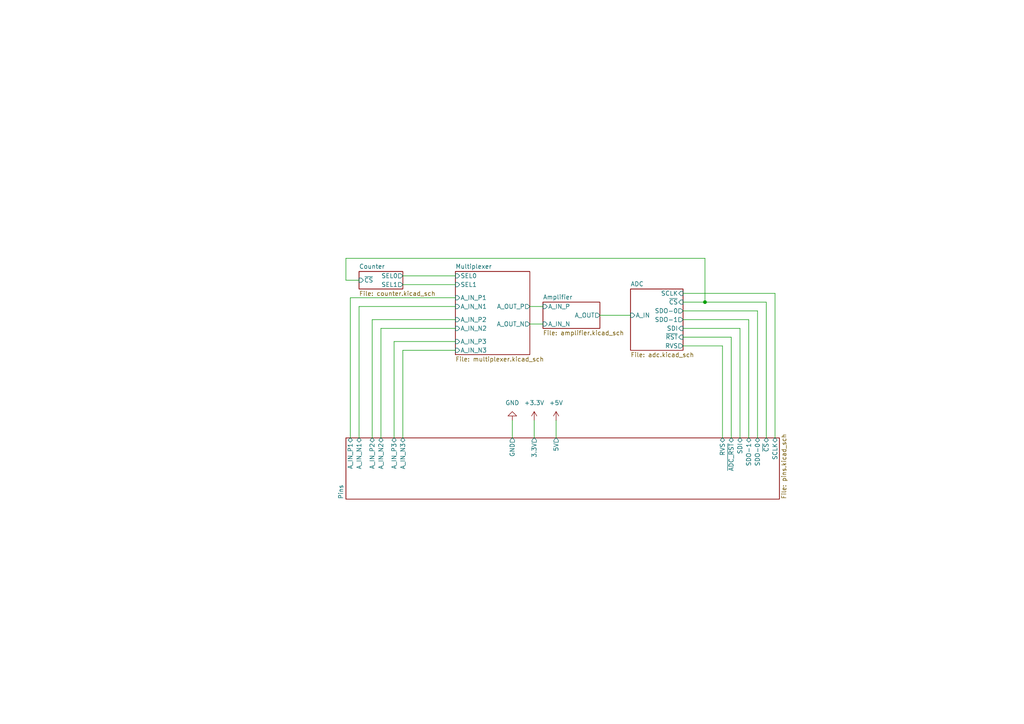
<source format=kicad_sch>
(kicad_sch (version 20250114) (generator "eeschema") (generator_version "9.0")
  (paper "A4")
  (lib_symbols
    (symbol "power:+3.3V" (power) (pin_numbers (hide yes)) (pin_names (offset 0) (hide yes))
      (property "Value" "+3.3V" (at 0 3.556 0))
      (symbol "+3.3V_0_1"
        (polyline (pts (xy -0.762 1.27) (xy 0 2.54)))
        (polyline (pts (xy 0 2.54) (xy 0.762 1.27)))
        (polyline (pts (xy 0 0) (xy 0 2.54)))
      )
      (symbol "+3.3V_1_1"
        (pin power_in line (at 0 0 90) (length 0) (name "~") (number "1"))
      )
    )
    (symbol "power:+5V" (power) (pin_numbers (hide yes)) (pin_names (offset 0) (hide yes))
      (property "Value" "+5V" (at 0 3.556 0))
      (symbol "+5V_0_1"
        (polyline (pts (xy -0.762 1.27) (xy 0 2.54)))
        (polyline (pts (xy 0 2.54) (xy 0.762 1.27)))
        (polyline (pts (xy 0 0) (xy 0 2.54)))
      )
      (symbol "+5V_1_1"
        (pin power_in line (at 0 0 90) (length 0) (name "~") (number "1"))
      )
    )
    (symbol "power:GND" (power) (pin_numbers (hide yes)) (pin_names (offset 0) (hide yes))
      (property "Value" "GND" (at 0 -3.81 0))
      (symbol "GND_0_1"
        (polyline (pts (xy 0 0) (xy 0 -1.27) (xy 1.27 -1.27) (xy 0 -2.54) (xy -1.27 -1.27) (xy 0 -1.27)))
      )
      (symbol "GND_1_1"
        (pin power_in line (at 0 0 270) (length 0) (name "~") (number "1"))
      )
    )
  )
  (junction (at 204.47 87.63))
  (wire (pts (xy 222.25 127) (xy 222.25 87.63)))
  (wire (pts (xy 107.95 92.71) (xy 132.08 92.71)))
  (wire (pts (xy 116.84 82.55) (xy 132.08 82.55)))
  (wire (pts (xy 148.59 121.92) (xy 148.59 127)))
  (wire (pts (xy 154.94 121.92) (xy 154.94 127)))
  (wire (pts (xy 116.84 127) (xy 116.84 101.6)))
  (wire (pts (xy 116.84 80.01) (xy 132.08 80.01)))
  (wire (pts (xy 217.17 127) (xy 217.17 92.71)))
  (wire (pts (xy 224.79 85.09) (xy 224.79 127)))
  (wire (pts (xy 114.3 99.06) (xy 132.08 99.06)))
  (wire (pts (xy 107.95 127) (xy 107.95 92.71)))
  (wire (pts (xy 116.84 101.6) (xy 132.08 101.6)))
  (wire (pts (xy 104.14 127) (xy 104.14 88.9)))
  (wire (pts (xy 204.47 87.63) (xy 198.12 87.63)))
  (wire (pts (xy 101.6 86.36) (xy 132.08 86.36)))
  (wire (pts (xy 100.33 81.28) (xy 104.14 81.28)))
  (wire (pts (xy 110.49 95.25) (xy 132.08 95.25)))
  (wire (pts (xy 173.99 91.44) (xy 182.88 91.44)))
  (wire (pts (xy 204.47 87.63) (xy 204.47 74.93)))
  (wire (pts (xy 161.29 121.92) (xy 161.29 127)))
  (wire (pts (xy 217.17 92.71) (xy 198.12 92.71)))
  (wire (pts (xy 214.63 127) (xy 214.63 95.25)))
  (wire (pts (xy 209.55 100.33) (xy 209.55 127)))
  (wire (pts (xy 153.67 88.9) (xy 157.48 88.9)))
  (wire (pts (xy 110.49 127) (xy 110.49 95.25)))
  (wire (pts (xy 212.09 97.79) (xy 212.09 127)))
  (wire (pts (xy 204.47 74.93) (xy 100.33 74.93)))
  (wire (pts (xy 114.3 127) (xy 114.3 99.06)))
  (wire (pts (xy 153.67 93.98) (xy 157.48 93.98)))
  (wire (pts (xy 198.12 97.79) (xy 212.09 97.79)))
  (wire (pts (xy 222.25 87.63) (xy 204.47 87.63)))
  (wire (pts (xy 198.12 100.33) (xy 209.55 100.33)))
  (wire (pts (xy 101.6 127) (xy 101.6 86.36)))
  (wire (pts (xy 214.63 95.25) (xy 198.12 95.25)))
  (wire (pts (xy 198.12 85.09) (xy 224.79 85.09)))
  (wire (pts (xy 100.33 74.93) (xy 100.33 81.28)))
  (wire (pts (xy 104.14 88.9) (xy 132.08 88.9)))
  (wire (pts (xy 219.71 90.17) (xy 219.71 127)))
  (wire (pts (xy 198.12 90.17) (xy 219.71 90.17)))
  (symbol (lib_id "power:+5V") (at 161.29 121.92 0) (unit 1)
    (property "Reference" "#PWR03" (effects (hide yes)))
    (property "Value" "+5V" (at 161.29 116.84 0))
    (property "Description" "Power symbol creates a global label with name \"+5V\"" (effects (hide yes)))
  )
  (symbol (lib_id "power:+3.3V") (at 154.94 121.92 0) (unit 1)
    (property "Reference" "#PWR02" (effects (hide yes)))
    (property "Value" "+3.3V" (at 154.94 116.84 0))
    (property "Description" "Power symbol creates a global label with name \"+3.3V\"" (effects (hide yes)))
  )
  (symbol (lib_id "power:GND") (at 148.59 121.92 180) (unit 1)
    (property "Reference" "#PWR01" (effects (hide yes)))
    (property "Value" "GND" (at 148.59 116.84 0))
    (property "Description" "Power symbol creates a global label with name \"GND\" , ground" (effects (hide yes)))
  )
  (sheet (at 100.33 127) (size 125.73 17.78) (stroke (width 0.1524))
    (property "Sheetname" "Pins" (at 99.6184 144.78 90) (effects (justify left bottom)))
    (property "Sheetfile" "pins.kicad_sch" (at 226.6446 144.78 90) (effects (justify left top)))
    (pin "A_IN_P2" bidirectional (at 107.95 127 90))
    (pin "A_IN_N2" bidirectional (at 110.49 127 90))
    (pin "SDO-0" bidirectional (at 219.71 127 90))
    (pin "RVS" bidirectional (at 209.55 127 90))
    (pin "SDO-1" bidirectional (at 217.17 127 90))
    (pin "SCLK" bidirectional (at 224.79 127 90))
    (pin "A_IN_N3" bidirectional (at 116.84 127 90))
    (pin "SDI" bidirectional (at 214.63 127 90))
    (pin "A_IN_N1" bidirectional (at 104.14 127 90))
    (pin "A_IN_P3" bidirectional (at 114.3 127 90))
    (pin "A_IN_P1" bidirectional (at 101.6 127 90))
    (pin "~{CS}" bidirectional (at 222.25 127 90))
    (pin "~{ADC_RST}" bidirectional (at 212.09 127 90))
    (pin "GND" output (at 148.59 127 90))
    (pin "3.3V" output (at 154.94 127 90))
    (pin "5V" output (at 161.29 127 90))
  )
  (sheet (at 132.08 78.74) (size 21.59 24.13) (stroke (width 0.1524))
    (property "Sheetname" "Multiplexer" (at 132.08 78.0284 0) (effects (justify left bottom)))
    (property "Sheetfile" "multiplexer.kicad_sch" (at 132.08 103.4546 0) (effects (justify left top)))
    (pin "A_IN_N3" input (at 132.08 101.6 180))
    (pin "A_IN_P1" input (at 132.08 86.36 180))
    (pin "SEL0" input (at 132.08 80.01 180))
    (pin "A_IN_P3" input (at 132.08 99.06 180))
    (pin "A_IN_N1" input (at 132.08 88.9 180))
    (pin "A_OUT_P" output (at 153.67 88.9 0))
    (pin "A_IN_P2" input (at 132.08 92.71 180))
    (pin "SEL1" input (at 132.08 82.55 180))
    (pin "A_IN_N2" input (at 132.08 95.25 180))
    (pin "A_OUT_N" output (at 153.67 93.98 0))
  )
  (sheet (at 182.88 83.82) (size 15.24 17.78) (stroke (width 0.1524))
    (property "Sheetname" "ADC" (at 182.88 83.1084 0) (effects (justify left bottom)))
    (property "Sheetfile" "adc.kicad_sch" (at 182.88 102.1846 0) (effects (justify left top)))
    (pin "SCLK" input (at 198.12 85.09 0))
    (pin "~{CS}" input (at 198.12 87.63 0))
    (pin "SDI" input (at 198.12 95.25 0))
    (pin "~{RST}" input (at 198.12 97.79 0))
    (pin "RVS" output (at 198.12 100.33 0))
    (pin "A_IN" input (at 182.88 91.44 180))
    (pin "SDO-0" output (at 198.12 90.17 0))
    (pin "SDO-1" output (at 198.12 92.71 0))
  )
  (sheet (at 104.14 78.74) (size 12.7 5.08) (stroke (width 0.1524))
    (property "Sheetname" "Counter" (at 104.14 78.0284 0) (effects (justify left bottom)))
    (property "Sheetfile" "counter.kicad_sch" (at 104.14 84.4046 0) (effects (justify left top)))
    (pin "SEL0" output (at 116.84 80.01 0))
    (pin "SEL1" output (at 116.84 82.55 0))
    (pin "~{CS}" input (at 104.14 81.28 180))
  )
  (sheet (at 157.48 87.63) (size 16.51 7.62) (stroke (width 0.1524))
    (property "Sheetname" "Amplifier" (at 157.48 86.9184 0) (effects (justify left bottom)))
    (property "Sheetfile" "amplifier.kicad_sch" (at 157.48 95.8346 0) (effects (justify left top)))
    (pin "A_IN_P" input (at 157.48 88.9 180))
    (pin "A_OUT" output (at 173.99 91.44 0))
    (pin "A_IN_N" input (at 157.48 93.98 180))
  )
)
</source>
